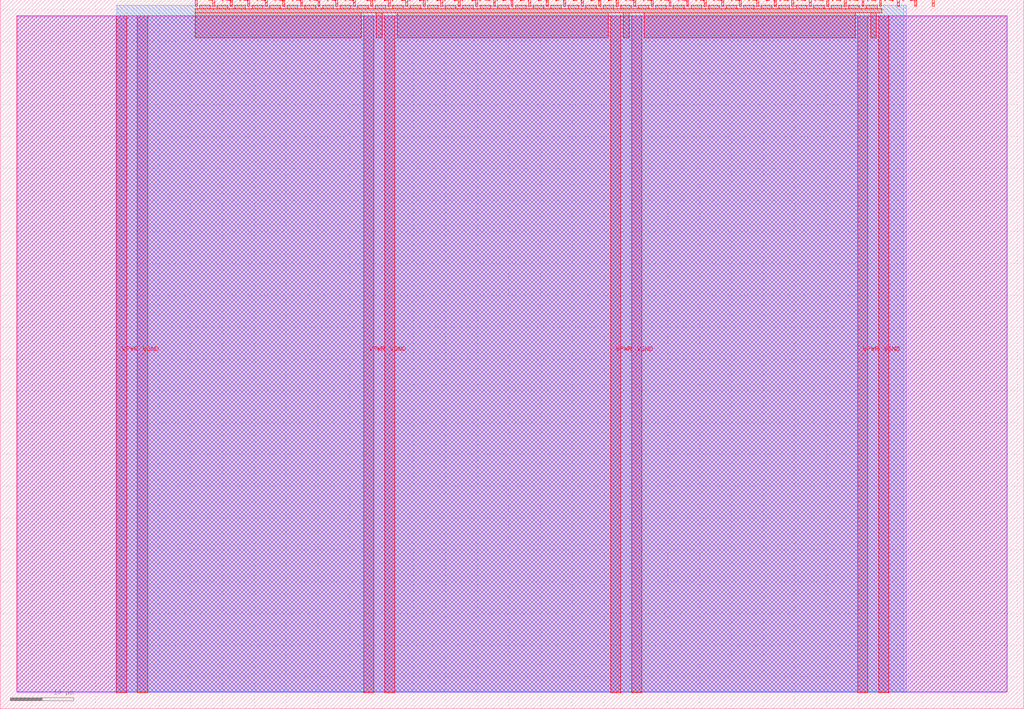
<source format=lef>
VERSION 5.7 ;
  NOWIREEXTENSIONATPIN ON ;
  DIVIDERCHAR "/" ;
  BUSBITCHARS "[]" ;
MACRO tt_um_wokwi_422960041238791169
  CLASS BLOCK ;
  FOREIGN tt_um_wokwi_422960041238791169 ;
  ORIGIN 0.000 0.000 ;
  SIZE 161.000 BY 111.520 ;
  PIN VGND
    DIRECTION INOUT ;
    USE GROUND ;
    PORT
      LAYER met4 ;
        RECT 21.580 2.480 23.180 109.040 ;
    END
    PORT
      LAYER met4 ;
        RECT 60.450 2.480 62.050 109.040 ;
    END
    PORT
      LAYER met4 ;
        RECT 99.320 2.480 100.920 109.040 ;
    END
    PORT
      LAYER met4 ;
        RECT 138.190 2.480 139.790 109.040 ;
    END
  END VGND
  PIN VPWR
    DIRECTION INOUT ;
    USE POWER ;
    PORT
      LAYER met4 ;
        RECT 18.280 2.480 19.880 109.040 ;
    END
    PORT
      LAYER met4 ;
        RECT 57.150 2.480 58.750 109.040 ;
    END
    PORT
      LAYER met4 ;
        RECT 96.020 2.480 97.620 109.040 ;
    END
    PORT
      LAYER met4 ;
        RECT 134.890 2.480 136.490 109.040 ;
    END
  END VPWR
  PIN clk
    DIRECTION INPUT ;
    USE SIGNAL ;
    PORT
      LAYER met4 ;
        RECT 143.830 110.520 144.130 111.520 ;
    END
  END clk
  PIN ena
    DIRECTION INPUT ;
    USE SIGNAL ;
    PORT
      LAYER met4 ;
        RECT 146.590 110.520 146.890 111.520 ;
    END
  END ena
  PIN rst_n
    DIRECTION INPUT ;
    USE SIGNAL ;
    PORT
      LAYER met4 ;
        RECT 141.070 110.520 141.370 111.520 ;
    END
  END rst_n
  PIN ui_in[0]
    DIRECTION INPUT ;
    USE SIGNAL ;
    ANTENNAGATEAREA 0.213000 ;
    PORT
      LAYER met4 ;
        RECT 138.310 110.520 138.610 111.520 ;
    END
  END ui_in[0]
  PIN ui_in[1]
    DIRECTION INPUT ;
    USE SIGNAL ;
    ANTENNAGATEAREA 0.196500 ;
    PORT
      LAYER met4 ;
        RECT 135.550 110.520 135.850 111.520 ;
    END
  END ui_in[1]
  PIN ui_in[2]
    DIRECTION INPUT ;
    USE SIGNAL ;
    ANTENNAGATEAREA 0.196500 ;
    PORT
      LAYER met4 ;
        RECT 132.790 110.520 133.090 111.520 ;
    END
  END ui_in[2]
  PIN ui_in[3]
    DIRECTION INPUT ;
    USE SIGNAL ;
    ANTENNAGATEAREA 0.196500 ;
    PORT
      LAYER met4 ;
        RECT 130.030 110.520 130.330 111.520 ;
    END
  END ui_in[3]
  PIN ui_in[4]
    DIRECTION INPUT ;
    USE SIGNAL ;
    ANTENNAGATEAREA 0.196500 ;
    PORT
      LAYER met4 ;
        RECT 127.270 110.520 127.570 111.520 ;
    END
  END ui_in[4]
  PIN ui_in[5]
    DIRECTION INPUT ;
    USE SIGNAL ;
    ANTENNAGATEAREA 0.196500 ;
    PORT
      LAYER met4 ;
        RECT 124.510 110.520 124.810 111.520 ;
    END
  END ui_in[5]
  PIN ui_in[6]
    DIRECTION INPUT ;
    USE SIGNAL ;
    ANTENNAGATEAREA 0.196500 ;
    PORT
      LAYER met4 ;
        RECT 121.750 110.520 122.050 111.520 ;
    END
  END ui_in[6]
  PIN ui_in[7]
    DIRECTION INPUT ;
    USE SIGNAL ;
    ANTENNAGATEAREA 0.196500 ;
    PORT
      LAYER met4 ;
        RECT 118.990 110.520 119.290 111.520 ;
    END
  END ui_in[7]
  PIN uio_in[0]
    DIRECTION INPUT ;
    USE SIGNAL ;
    PORT
      LAYER met4 ;
        RECT 116.230 110.520 116.530 111.520 ;
    END
  END uio_in[0]
  PIN uio_in[1]
    DIRECTION INPUT ;
    USE SIGNAL ;
    PORT
      LAYER met4 ;
        RECT 113.470 110.520 113.770 111.520 ;
    END
  END uio_in[1]
  PIN uio_in[2]
    DIRECTION INPUT ;
    USE SIGNAL ;
    PORT
      LAYER met4 ;
        RECT 110.710 110.520 111.010 111.520 ;
    END
  END uio_in[2]
  PIN uio_in[3]
    DIRECTION INPUT ;
    USE SIGNAL ;
    PORT
      LAYER met4 ;
        RECT 107.950 110.520 108.250 111.520 ;
    END
  END uio_in[3]
  PIN uio_in[4]
    DIRECTION INPUT ;
    USE SIGNAL ;
    PORT
      LAYER met4 ;
        RECT 105.190 110.520 105.490 111.520 ;
    END
  END uio_in[4]
  PIN uio_in[5]
    DIRECTION INPUT ;
    USE SIGNAL ;
    PORT
      LAYER met4 ;
        RECT 102.430 110.520 102.730 111.520 ;
    END
  END uio_in[5]
  PIN uio_in[6]
    DIRECTION INPUT ;
    USE SIGNAL ;
    PORT
      LAYER met4 ;
        RECT 99.670 110.520 99.970 111.520 ;
    END
  END uio_in[6]
  PIN uio_in[7]
    DIRECTION INPUT ;
    USE SIGNAL ;
    PORT
      LAYER met4 ;
        RECT 96.910 110.520 97.210 111.520 ;
    END
  END uio_in[7]
  PIN uio_oe[0]
    DIRECTION OUTPUT ;
    USE SIGNAL ;
    PORT
      LAYER met4 ;
        RECT 49.990 110.520 50.290 111.520 ;
    END
  END uio_oe[0]
  PIN uio_oe[1]
    DIRECTION OUTPUT ;
    USE SIGNAL ;
    PORT
      LAYER met4 ;
        RECT 47.230 110.520 47.530 111.520 ;
    END
  END uio_oe[1]
  PIN uio_oe[2]
    DIRECTION OUTPUT ;
    USE SIGNAL ;
    PORT
      LAYER met4 ;
        RECT 44.470 110.520 44.770 111.520 ;
    END
  END uio_oe[2]
  PIN uio_oe[3]
    DIRECTION OUTPUT ;
    USE SIGNAL ;
    PORT
      LAYER met4 ;
        RECT 41.710 110.520 42.010 111.520 ;
    END
  END uio_oe[3]
  PIN uio_oe[4]
    DIRECTION OUTPUT ;
    USE SIGNAL ;
    PORT
      LAYER met4 ;
        RECT 38.950 110.520 39.250 111.520 ;
    END
  END uio_oe[4]
  PIN uio_oe[5]
    DIRECTION OUTPUT ;
    USE SIGNAL ;
    PORT
      LAYER met4 ;
        RECT 36.190 110.520 36.490 111.520 ;
    END
  END uio_oe[5]
  PIN uio_oe[6]
    DIRECTION OUTPUT ;
    USE SIGNAL ;
    PORT
      LAYER met4 ;
        RECT 33.430 110.520 33.730 111.520 ;
    END
  END uio_oe[6]
  PIN uio_oe[7]
    DIRECTION OUTPUT ;
    USE SIGNAL ;
    PORT
      LAYER met4 ;
        RECT 30.670 110.520 30.970 111.520 ;
    END
  END uio_oe[7]
  PIN uio_out[0]
    DIRECTION OUTPUT ;
    USE SIGNAL ;
    PORT
      LAYER met4 ;
        RECT 72.070 110.520 72.370 111.520 ;
    END
  END uio_out[0]
  PIN uio_out[1]
    DIRECTION OUTPUT ;
    USE SIGNAL ;
    PORT
      LAYER met4 ;
        RECT 69.310 110.520 69.610 111.520 ;
    END
  END uio_out[1]
  PIN uio_out[2]
    DIRECTION OUTPUT ;
    USE SIGNAL ;
    PORT
      LAYER met4 ;
        RECT 66.550 110.520 66.850 111.520 ;
    END
  END uio_out[2]
  PIN uio_out[3]
    DIRECTION OUTPUT ;
    USE SIGNAL ;
    PORT
      LAYER met4 ;
        RECT 63.790 110.520 64.090 111.520 ;
    END
  END uio_out[3]
  PIN uio_out[4]
    DIRECTION OUTPUT ;
    USE SIGNAL ;
    PORT
      LAYER met4 ;
        RECT 61.030 110.520 61.330 111.520 ;
    END
  END uio_out[4]
  PIN uio_out[5]
    DIRECTION OUTPUT ;
    USE SIGNAL ;
    PORT
      LAYER met4 ;
        RECT 58.270 110.520 58.570 111.520 ;
    END
  END uio_out[5]
  PIN uio_out[6]
    DIRECTION OUTPUT ;
    USE SIGNAL ;
    PORT
      LAYER met4 ;
        RECT 55.510 110.520 55.810 111.520 ;
    END
  END uio_out[6]
  PIN uio_out[7]
    DIRECTION OUTPUT ;
    USE SIGNAL ;
    PORT
      LAYER met4 ;
        RECT 52.750 110.520 53.050 111.520 ;
    END
  END uio_out[7]
  PIN uo_out[0]
    DIRECTION OUTPUT ;
    USE SIGNAL ;
    ANTENNADIFFAREA 0.445500 ;
    PORT
      LAYER met4 ;
        RECT 94.150 110.520 94.450 111.520 ;
    END
  END uo_out[0]
  PIN uo_out[1]
    DIRECTION OUTPUT ;
    USE SIGNAL ;
    ANTENNADIFFAREA 0.445500 ;
    PORT
      LAYER met4 ;
        RECT 91.390 110.520 91.690 111.520 ;
    END
  END uo_out[1]
  PIN uo_out[2]
    DIRECTION OUTPUT ;
    USE SIGNAL ;
    ANTENNADIFFAREA 0.445500 ;
    PORT
      LAYER met4 ;
        RECT 88.630 110.520 88.930 111.520 ;
    END
  END uo_out[2]
  PIN uo_out[3]
    DIRECTION OUTPUT ;
    USE SIGNAL ;
    ANTENNADIFFAREA 0.445500 ;
    PORT
      LAYER met4 ;
        RECT 85.870 110.520 86.170 111.520 ;
    END
  END uo_out[3]
  PIN uo_out[4]
    DIRECTION OUTPUT ;
    USE SIGNAL ;
    ANTENNADIFFAREA 0.445500 ;
    PORT
      LAYER met4 ;
        RECT 83.110 110.520 83.410 111.520 ;
    END
  END uo_out[4]
  PIN uo_out[5]
    DIRECTION OUTPUT ;
    USE SIGNAL ;
    ANTENNADIFFAREA 0.445500 ;
    PORT
      LAYER met4 ;
        RECT 80.350 110.520 80.650 111.520 ;
    END
  END uo_out[5]
  PIN uo_out[6]
    DIRECTION OUTPUT ;
    USE SIGNAL ;
    ANTENNADIFFAREA 0.445500 ;
    PORT
      LAYER met4 ;
        RECT 77.590 110.520 77.890 111.520 ;
    END
  END uo_out[6]
  PIN uo_out[7]
    DIRECTION OUTPUT ;
    USE SIGNAL ;
    PORT
      LAYER met4 ;
        RECT 74.830 110.520 75.130 111.520 ;
    END
  END uo_out[7]
  OBS
      LAYER nwell ;
        RECT 2.570 2.635 158.430 108.990 ;
      LAYER li1 ;
        RECT 2.760 2.635 158.240 108.885 ;
      LAYER met1 ;
        RECT 2.760 2.480 158.240 109.040 ;
      LAYER met2 ;
        RECT 18.310 2.535 142.500 110.685 ;
      LAYER met3 ;
        RECT 18.290 2.555 142.075 110.665 ;
      LAYER met4 ;
        RECT 31.370 110.120 33.030 110.665 ;
        RECT 34.130 110.120 35.790 110.665 ;
        RECT 36.890 110.120 38.550 110.665 ;
        RECT 39.650 110.120 41.310 110.665 ;
        RECT 42.410 110.120 44.070 110.665 ;
        RECT 45.170 110.120 46.830 110.665 ;
        RECT 47.930 110.120 49.590 110.665 ;
        RECT 50.690 110.120 52.350 110.665 ;
        RECT 53.450 110.120 55.110 110.665 ;
        RECT 56.210 110.120 57.870 110.665 ;
        RECT 58.970 110.120 60.630 110.665 ;
        RECT 61.730 110.120 63.390 110.665 ;
        RECT 64.490 110.120 66.150 110.665 ;
        RECT 67.250 110.120 68.910 110.665 ;
        RECT 70.010 110.120 71.670 110.665 ;
        RECT 72.770 110.120 74.430 110.665 ;
        RECT 75.530 110.120 77.190 110.665 ;
        RECT 78.290 110.120 79.950 110.665 ;
        RECT 81.050 110.120 82.710 110.665 ;
        RECT 83.810 110.120 85.470 110.665 ;
        RECT 86.570 110.120 88.230 110.665 ;
        RECT 89.330 110.120 90.990 110.665 ;
        RECT 92.090 110.120 93.750 110.665 ;
        RECT 94.850 110.120 96.510 110.665 ;
        RECT 97.610 110.120 99.270 110.665 ;
        RECT 100.370 110.120 102.030 110.665 ;
        RECT 103.130 110.120 104.790 110.665 ;
        RECT 105.890 110.120 107.550 110.665 ;
        RECT 108.650 110.120 110.310 110.665 ;
        RECT 111.410 110.120 113.070 110.665 ;
        RECT 114.170 110.120 115.830 110.665 ;
        RECT 116.930 110.120 118.590 110.665 ;
        RECT 119.690 110.120 121.350 110.665 ;
        RECT 122.450 110.120 124.110 110.665 ;
        RECT 125.210 110.120 126.870 110.665 ;
        RECT 127.970 110.120 129.630 110.665 ;
        RECT 130.730 110.120 132.390 110.665 ;
        RECT 133.490 110.120 135.150 110.665 ;
        RECT 136.250 110.120 137.910 110.665 ;
        RECT 30.655 109.440 138.625 110.120 ;
        RECT 30.655 105.575 56.750 109.440 ;
        RECT 59.150 105.575 60.050 109.440 ;
        RECT 62.450 105.575 95.620 109.440 ;
        RECT 98.020 105.575 98.920 109.440 ;
        RECT 101.320 105.575 134.490 109.440 ;
        RECT 136.890 105.575 137.790 109.440 ;
  END
END tt_um_wokwi_422960041238791169
END LIBRARY


</source>
